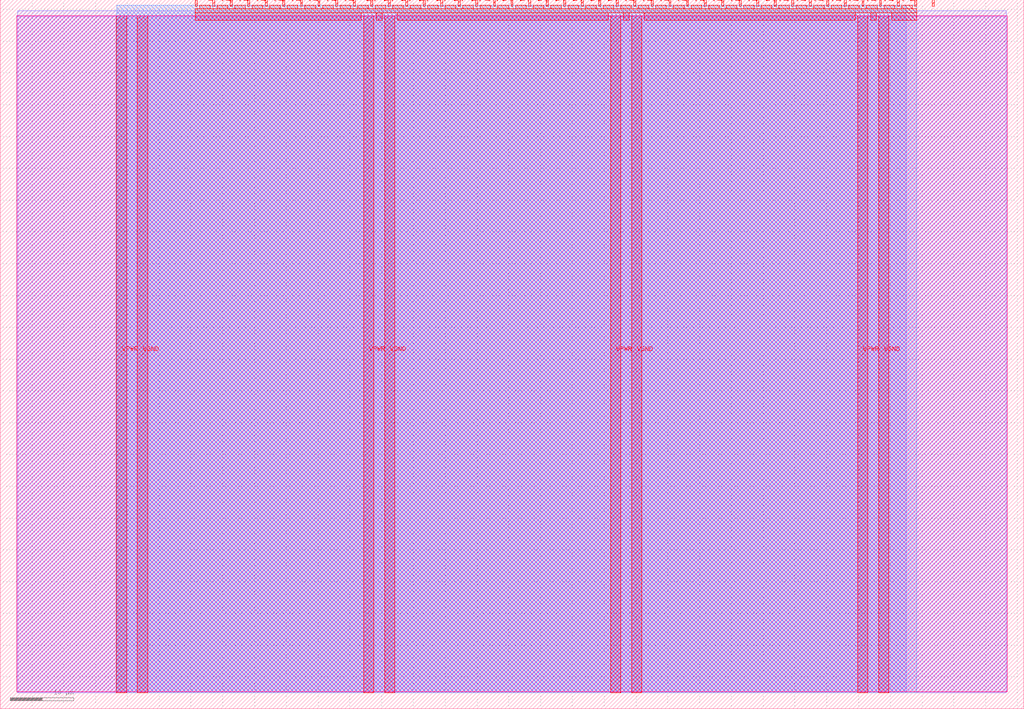
<source format=lef>
VERSION 5.7 ;
  NOWIREEXTENSIONATPIN ON ;
  DIVIDERCHAR "/" ;
  BUSBITCHARS "[]" ;
MACRO tt_um_wokwi_445255110472500225
  CLASS BLOCK ;
  FOREIGN tt_um_wokwi_445255110472500225 ;
  ORIGIN 0.000 0.000 ;
  SIZE 161.000 BY 111.520 ;
  PIN VGND
    DIRECTION INOUT ;
    USE GROUND ;
    PORT
      LAYER met4 ;
        RECT 21.580 2.480 23.180 109.040 ;
    END
    PORT
      LAYER met4 ;
        RECT 60.450 2.480 62.050 109.040 ;
    END
    PORT
      LAYER met4 ;
        RECT 99.320 2.480 100.920 109.040 ;
    END
    PORT
      LAYER met4 ;
        RECT 138.190 2.480 139.790 109.040 ;
    END
  END VGND
  PIN VPWR
    DIRECTION INOUT ;
    USE POWER ;
    PORT
      LAYER met4 ;
        RECT 18.280 2.480 19.880 109.040 ;
    END
    PORT
      LAYER met4 ;
        RECT 57.150 2.480 58.750 109.040 ;
    END
    PORT
      LAYER met4 ;
        RECT 96.020 2.480 97.620 109.040 ;
    END
    PORT
      LAYER met4 ;
        RECT 134.890 2.480 136.490 109.040 ;
    END
  END VPWR
  PIN clk
    DIRECTION INPUT ;
    USE SIGNAL ;
    ANTENNAGATEAREA 0.495000 ;
    PORT
      LAYER met4 ;
        RECT 143.830 110.520 144.130 111.520 ;
    END
  END clk
  PIN ena
    DIRECTION INPUT ;
    USE SIGNAL ;
    PORT
      LAYER met4 ;
        RECT 146.590 110.520 146.890 111.520 ;
    END
  END ena
  PIN rst_n
    DIRECTION INPUT ;
    USE SIGNAL ;
    ANTENNAGATEAREA 0.196500 ;
    PORT
      LAYER met4 ;
        RECT 141.070 110.520 141.370 111.520 ;
    END
  END rst_n
  PIN ui_in[0]
    DIRECTION INPUT ;
    USE SIGNAL ;
    ANTENNAGATEAREA 0.196500 ;
    PORT
      LAYER met4 ;
        RECT 138.310 110.520 138.610 111.520 ;
    END
  END ui_in[0]
  PIN ui_in[1]
    DIRECTION INPUT ;
    USE SIGNAL ;
    ANTENNAGATEAREA 0.196500 ;
    PORT
      LAYER met4 ;
        RECT 135.550 110.520 135.850 111.520 ;
    END
  END ui_in[1]
  PIN ui_in[2]
    DIRECTION INPUT ;
    USE SIGNAL ;
    ANTENNAGATEAREA 0.159000 ;
    PORT
      LAYER met4 ;
        RECT 132.790 110.520 133.090 111.520 ;
    END
  END ui_in[2]
  PIN ui_in[3]
    DIRECTION INPUT ;
    USE SIGNAL ;
    ANTENNAGATEAREA 0.159000 ;
    PORT
      LAYER met4 ;
        RECT 130.030 110.520 130.330 111.520 ;
    END
  END ui_in[3]
  PIN ui_in[4]
    DIRECTION INPUT ;
    USE SIGNAL ;
    ANTENNAGATEAREA 0.159000 ;
    PORT
      LAYER met4 ;
        RECT 127.270 110.520 127.570 111.520 ;
    END
  END ui_in[4]
  PIN ui_in[5]
    DIRECTION INPUT ;
    USE SIGNAL ;
    ANTENNAGATEAREA 0.159000 ;
    PORT
      LAYER met4 ;
        RECT 124.510 110.520 124.810 111.520 ;
    END
  END ui_in[5]
  PIN ui_in[6]
    DIRECTION INPUT ;
    USE SIGNAL ;
    PORT
      LAYER met4 ;
        RECT 121.750 110.520 122.050 111.520 ;
    END
  END ui_in[6]
  PIN ui_in[7]
    DIRECTION INPUT ;
    USE SIGNAL ;
    PORT
      LAYER met4 ;
        RECT 118.990 110.520 119.290 111.520 ;
    END
  END ui_in[7]
  PIN uio_in[0]
    DIRECTION INPUT ;
    USE SIGNAL ;
    PORT
      LAYER met4 ;
        RECT 116.230 110.520 116.530 111.520 ;
    END
  END uio_in[0]
  PIN uio_in[1]
    DIRECTION INPUT ;
    USE SIGNAL ;
    PORT
      LAYER met4 ;
        RECT 113.470 110.520 113.770 111.520 ;
    END
  END uio_in[1]
  PIN uio_in[2]
    DIRECTION INPUT ;
    USE SIGNAL ;
    PORT
      LAYER met4 ;
        RECT 110.710 110.520 111.010 111.520 ;
    END
  END uio_in[2]
  PIN uio_in[3]
    DIRECTION INPUT ;
    USE SIGNAL ;
    PORT
      LAYER met4 ;
        RECT 107.950 110.520 108.250 111.520 ;
    END
  END uio_in[3]
  PIN uio_in[4]
    DIRECTION INPUT ;
    USE SIGNAL ;
    PORT
      LAYER met4 ;
        RECT 105.190 110.520 105.490 111.520 ;
    END
  END uio_in[4]
  PIN uio_in[5]
    DIRECTION INPUT ;
    USE SIGNAL ;
    PORT
      LAYER met4 ;
        RECT 102.430 110.520 102.730 111.520 ;
    END
  END uio_in[5]
  PIN uio_in[6]
    DIRECTION INPUT ;
    USE SIGNAL ;
    PORT
      LAYER met4 ;
        RECT 99.670 110.520 99.970 111.520 ;
    END
  END uio_in[6]
  PIN uio_in[7]
    DIRECTION INPUT ;
    USE SIGNAL ;
    PORT
      LAYER met4 ;
        RECT 96.910 110.520 97.210 111.520 ;
    END
  END uio_in[7]
  PIN uio_oe[0]
    DIRECTION OUTPUT ;
    USE SIGNAL ;
    PORT
      LAYER met4 ;
        RECT 49.990 110.520 50.290 111.520 ;
    END
  END uio_oe[0]
  PIN uio_oe[1]
    DIRECTION OUTPUT ;
    USE SIGNAL ;
    PORT
      LAYER met4 ;
        RECT 47.230 110.520 47.530 111.520 ;
    END
  END uio_oe[1]
  PIN uio_oe[2]
    DIRECTION OUTPUT ;
    USE SIGNAL ;
    PORT
      LAYER met4 ;
        RECT 44.470 110.520 44.770 111.520 ;
    END
  END uio_oe[2]
  PIN uio_oe[3]
    DIRECTION OUTPUT ;
    USE SIGNAL ;
    PORT
      LAYER met4 ;
        RECT 41.710 110.520 42.010 111.520 ;
    END
  END uio_oe[3]
  PIN uio_oe[4]
    DIRECTION OUTPUT ;
    USE SIGNAL ;
    PORT
      LAYER met4 ;
        RECT 38.950 110.520 39.250 111.520 ;
    END
  END uio_oe[4]
  PIN uio_oe[5]
    DIRECTION OUTPUT ;
    USE SIGNAL ;
    PORT
      LAYER met4 ;
        RECT 36.190 110.520 36.490 111.520 ;
    END
  END uio_oe[5]
  PIN uio_oe[6]
    DIRECTION OUTPUT ;
    USE SIGNAL ;
    PORT
      LAYER met4 ;
        RECT 33.430 110.520 33.730 111.520 ;
    END
  END uio_oe[6]
  PIN uio_oe[7]
    DIRECTION OUTPUT ;
    USE SIGNAL ;
    PORT
      LAYER met4 ;
        RECT 30.670 110.520 30.970 111.520 ;
    END
  END uio_oe[7]
  PIN uio_out[0]
    DIRECTION OUTPUT ;
    USE SIGNAL ;
    PORT
      LAYER met4 ;
        RECT 72.070 110.520 72.370 111.520 ;
    END
  END uio_out[0]
  PIN uio_out[1]
    DIRECTION OUTPUT ;
    USE SIGNAL ;
    PORT
      LAYER met4 ;
        RECT 69.310 110.520 69.610 111.520 ;
    END
  END uio_out[1]
  PIN uio_out[2]
    DIRECTION OUTPUT ;
    USE SIGNAL ;
    PORT
      LAYER met4 ;
        RECT 66.550 110.520 66.850 111.520 ;
    END
  END uio_out[2]
  PIN uio_out[3]
    DIRECTION OUTPUT ;
    USE SIGNAL ;
    PORT
      LAYER met4 ;
        RECT 63.790 110.520 64.090 111.520 ;
    END
  END uio_out[3]
  PIN uio_out[4]
    DIRECTION OUTPUT ;
    USE SIGNAL ;
    PORT
      LAYER met4 ;
        RECT 61.030 110.520 61.330 111.520 ;
    END
  END uio_out[4]
  PIN uio_out[5]
    DIRECTION OUTPUT ;
    USE SIGNAL ;
    PORT
      LAYER met4 ;
        RECT 58.270 110.520 58.570 111.520 ;
    END
  END uio_out[5]
  PIN uio_out[6]
    DIRECTION OUTPUT ;
    USE SIGNAL ;
    PORT
      LAYER met4 ;
        RECT 55.510 110.520 55.810 111.520 ;
    END
  END uio_out[6]
  PIN uio_out[7]
    DIRECTION OUTPUT ;
    USE SIGNAL ;
    PORT
      LAYER met4 ;
        RECT 52.750 110.520 53.050 111.520 ;
    END
  END uio_out[7]
  PIN uo_out[0]
    DIRECTION OUTPUT ;
    USE SIGNAL ;
    ANTENNADIFFAREA 0.445500 ;
    PORT
      LAYER met4 ;
        RECT 94.150 110.520 94.450 111.520 ;
    END
  END uo_out[0]
  PIN uo_out[1]
    DIRECTION OUTPUT ;
    USE SIGNAL ;
    ANTENNADIFFAREA 0.445500 ;
    PORT
      LAYER met4 ;
        RECT 91.390 110.520 91.690 111.520 ;
    END
  END uo_out[1]
  PIN uo_out[2]
    DIRECTION OUTPUT ;
    USE SIGNAL ;
    ANTENNADIFFAREA 0.445500 ;
    PORT
      LAYER met4 ;
        RECT 88.630 110.520 88.930 111.520 ;
    END
  END uo_out[2]
  PIN uo_out[3]
    DIRECTION OUTPUT ;
    USE SIGNAL ;
    ANTENNADIFFAREA 0.445500 ;
    PORT
      LAYER met4 ;
        RECT 85.870 110.520 86.170 111.520 ;
    END
  END uo_out[3]
  PIN uo_out[4]
    DIRECTION OUTPUT ;
    USE SIGNAL ;
    ANTENNADIFFAREA 0.445500 ;
    PORT
      LAYER met4 ;
        RECT 83.110 110.520 83.410 111.520 ;
    END
  END uo_out[4]
  PIN uo_out[5]
    DIRECTION OUTPUT ;
    USE SIGNAL ;
    ANTENNADIFFAREA 0.445500 ;
    PORT
      LAYER met4 ;
        RECT 80.350 110.520 80.650 111.520 ;
    END
  END uo_out[5]
  PIN uo_out[6]
    DIRECTION OUTPUT ;
    USE SIGNAL ;
    ANTENNADIFFAREA 0.445500 ;
    PORT
      LAYER met4 ;
        RECT 77.590 110.520 77.890 111.520 ;
    END
  END uo_out[6]
  PIN uo_out[7]
    DIRECTION OUTPUT ;
    USE SIGNAL ;
    ANTENNADIFFAREA 0.445500 ;
    PORT
      LAYER met4 ;
        RECT 74.830 110.520 75.130 111.520 ;
    END
  END uo_out[7]
  OBS
      LAYER nwell ;
        RECT 2.570 2.635 158.430 108.990 ;
      LAYER li1 ;
        RECT 2.760 2.635 158.240 108.885 ;
      LAYER met1 ;
        RECT 2.760 2.480 158.240 109.780 ;
      LAYER met2 ;
        RECT 18.310 2.535 142.510 110.685 ;
      LAYER met3 ;
        RECT 18.290 2.555 144.170 110.665 ;
      LAYER met4 ;
        RECT 31.370 110.120 33.030 110.665 ;
        RECT 34.130 110.120 35.790 110.665 ;
        RECT 36.890 110.120 38.550 110.665 ;
        RECT 39.650 110.120 41.310 110.665 ;
        RECT 42.410 110.120 44.070 110.665 ;
        RECT 45.170 110.120 46.830 110.665 ;
        RECT 47.930 110.120 49.590 110.665 ;
        RECT 50.690 110.120 52.350 110.665 ;
        RECT 53.450 110.120 55.110 110.665 ;
        RECT 56.210 110.120 57.870 110.665 ;
        RECT 58.970 110.120 60.630 110.665 ;
        RECT 61.730 110.120 63.390 110.665 ;
        RECT 64.490 110.120 66.150 110.665 ;
        RECT 67.250 110.120 68.910 110.665 ;
        RECT 70.010 110.120 71.670 110.665 ;
        RECT 72.770 110.120 74.430 110.665 ;
        RECT 75.530 110.120 77.190 110.665 ;
        RECT 78.290 110.120 79.950 110.665 ;
        RECT 81.050 110.120 82.710 110.665 ;
        RECT 83.810 110.120 85.470 110.665 ;
        RECT 86.570 110.120 88.230 110.665 ;
        RECT 89.330 110.120 90.990 110.665 ;
        RECT 92.090 110.120 93.750 110.665 ;
        RECT 94.850 110.120 96.510 110.665 ;
        RECT 97.610 110.120 99.270 110.665 ;
        RECT 100.370 110.120 102.030 110.665 ;
        RECT 103.130 110.120 104.790 110.665 ;
        RECT 105.890 110.120 107.550 110.665 ;
        RECT 108.650 110.120 110.310 110.665 ;
        RECT 111.410 110.120 113.070 110.665 ;
        RECT 114.170 110.120 115.830 110.665 ;
        RECT 116.930 110.120 118.590 110.665 ;
        RECT 119.690 110.120 121.350 110.665 ;
        RECT 122.450 110.120 124.110 110.665 ;
        RECT 125.210 110.120 126.870 110.665 ;
        RECT 127.970 110.120 129.630 110.665 ;
        RECT 130.730 110.120 132.390 110.665 ;
        RECT 133.490 110.120 135.150 110.665 ;
        RECT 136.250 110.120 137.910 110.665 ;
        RECT 139.010 110.120 140.670 110.665 ;
        RECT 141.770 110.120 143.430 110.665 ;
        RECT 30.655 109.440 144.145 110.120 ;
        RECT 30.655 108.295 56.750 109.440 ;
        RECT 59.150 108.295 60.050 109.440 ;
        RECT 62.450 108.295 95.620 109.440 ;
        RECT 98.020 108.295 98.920 109.440 ;
        RECT 101.320 108.295 134.490 109.440 ;
        RECT 136.890 108.295 137.790 109.440 ;
        RECT 140.190 108.295 144.145 109.440 ;
  END
END tt_um_wokwi_445255110472500225
END LIBRARY


</source>
